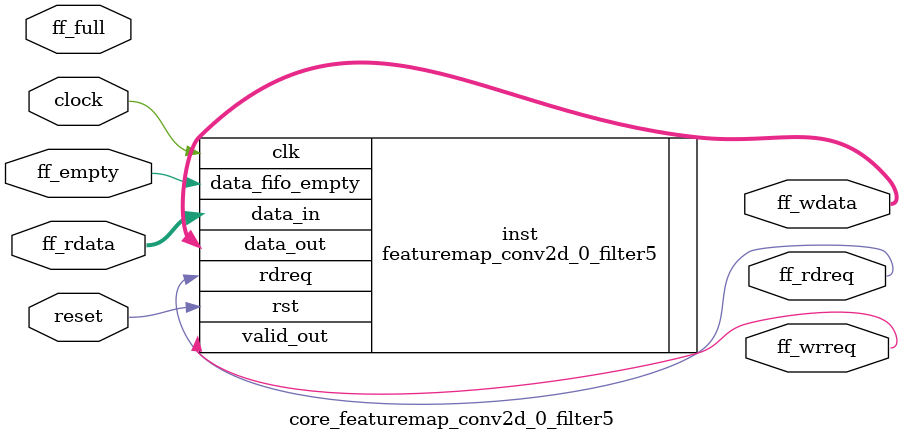
<source format=v>
module core_featuremap_conv2d_0_filter5 (
    clock,
    reset,
    // FIFO READ
    ff_rdata,
    ff_rdreq,
    ff_empty,
    // FIFO WRITE
    ff_wdata,
    ff_wrreq,
    ff_full
);
//
parameter  DWIDTH = 32;
//
input   clock;
input   reset;
// FIFO READ
input [DWIDTH*3-1:0] ff_rdata;
output               ff_rdreq;
input                ff_empty;
// FIFO WRITE
output [DWIDTH-1:0]   ff_wdata;
output                ff_wrreq;
input                 ff_full;
//

featuremap_conv2d_0_filter5 inst(
    .clk(clock),
    .rst(reset), 

    .data_in(ff_rdata),
    .data_fifo_empty(ff_empty),

    .data_out(ff_wdata),
    .valid_out(ff_wrreq),
    .rdreq(ff_rdreq)
);

endmodule
</source>
